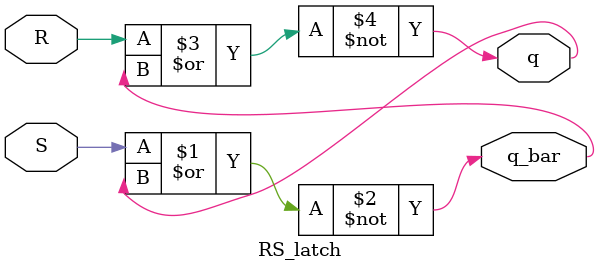
<source format=v>
`timescale 1ns / 1ps
module RS_latch(
input R,S,
output q,q_bar);
    nor (q_bar, S, q);  // First NOR gate
    nor (q,  R, q_bar); // Second NOR gate
endmodule

</source>
